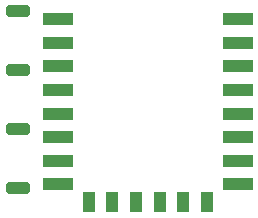
<source format=gbp>
%TF.GenerationSoftware,KiCad,Pcbnew,(6.0.0-0)*%
%TF.CreationDate,2022-10-20T15:52:37+11:00*%
%TF.ProjectId,WLED_Controller,574c4544-5f43-46f6-9e74-726f6c6c6572,rev?*%
%TF.SameCoordinates,Original*%
%TF.FileFunction,Paste,Bot*%
%TF.FilePolarity,Positive*%
%FSLAX46Y46*%
G04 Gerber Fmt 4.6, Leading zero omitted, Abs format (unit mm)*
G04 Created by KiCad (PCBNEW (6.0.0-0)) date 2022-10-20 15:52:37*
%MOMM*%
%LPD*%
G01*
G04 APERTURE LIST*
G04 Aperture macros list*
%AMRoundRect*
0 Rectangle with rounded corners*
0 $1 Rounding radius*
0 $2 $3 $4 $5 $6 $7 $8 $9 X,Y pos of 4 corners*
0 Add a 4 corners polygon primitive as box body*
4,1,4,$2,$3,$4,$5,$6,$7,$8,$9,$2,$3,0*
0 Add four circle primitives for the rounded corners*
1,1,$1+$1,$2,$3*
1,1,$1+$1,$4,$5*
1,1,$1+$1,$6,$7*
1,1,$1+$1,$8,$9*
0 Add four rect primitives between the rounded corners*
20,1,$1+$1,$2,$3,$4,$5,0*
20,1,$1+$1,$4,$5,$6,$7,0*
20,1,$1+$1,$6,$7,$8,$9,0*
20,1,$1+$1,$8,$9,$2,$3,0*%
G04 Aperture macros list end*
%ADD10RoundRect,0.250000X0.750000X-0.250000X0.750000X0.250000X-0.750000X0.250000X-0.750000X-0.250000X0*%
%ADD11R,2.500000X1.000000*%
%ADD12R,1.000000X1.800000*%
G04 APERTURE END LIST*
D10*
X51500000Y-113000000D03*
X51500000Y-103000000D03*
D11*
X70100000Y-103700000D03*
X70100000Y-105700000D03*
X70100000Y-107700000D03*
X70100000Y-109700000D03*
X70100000Y-111700000D03*
X70100000Y-113700000D03*
X70100000Y-115700000D03*
X70100000Y-117700000D03*
D12*
X67500000Y-119200000D03*
X65500000Y-119200000D03*
X63500000Y-119200000D03*
X61500000Y-119200000D03*
X59500000Y-119200000D03*
X57500000Y-119200000D03*
D11*
X54900000Y-117700000D03*
X54900000Y-115700000D03*
X54900000Y-113700000D03*
X54900000Y-111700000D03*
X54900000Y-109700000D03*
X54900000Y-107700000D03*
X54900000Y-105700000D03*
X54900000Y-103700000D03*
D10*
X51500000Y-108000000D03*
X51500000Y-118000000D03*
M02*

</source>
